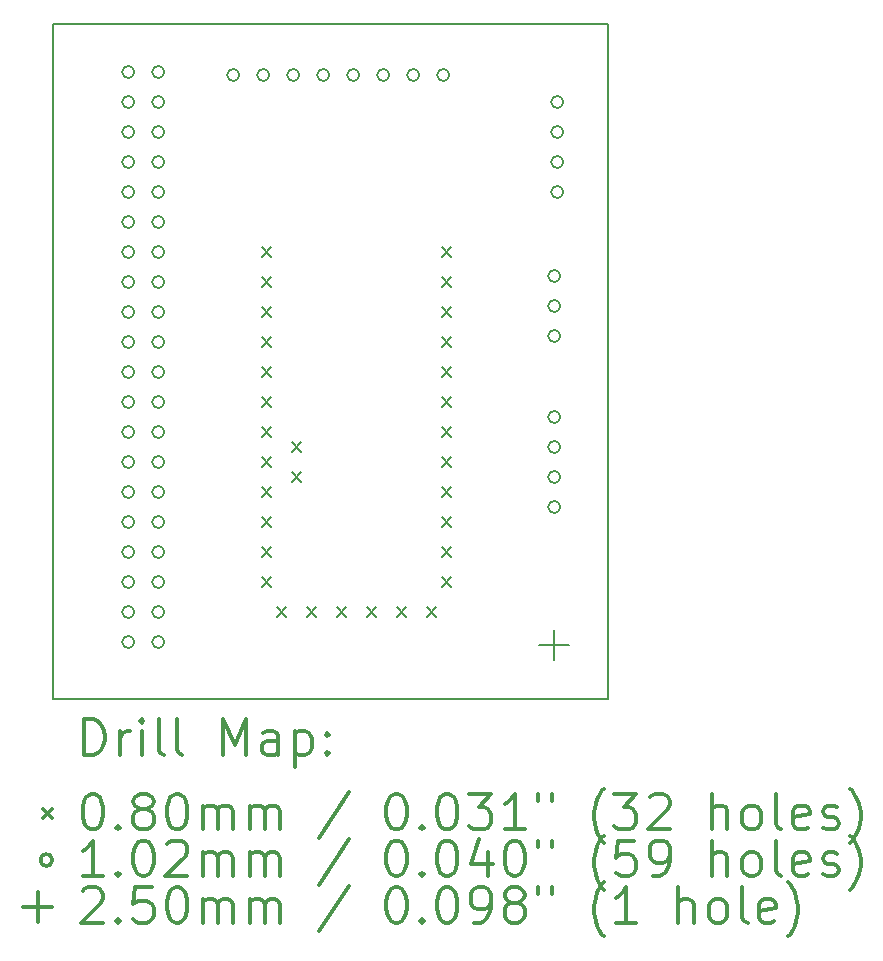
<source format=gbr>
%FSLAX45Y45*%
G04 Gerber Fmt 4.5, Leading zero omitted, Abs format (unit mm)*
G04 Created by KiCad (PCBNEW 4.0.2-2.fc24-product) date Thu 11 Aug 2016 11:33:43 NZST*
%MOMM*%
G01*
G04 APERTURE LIST*
%ADD10C,0.127000*%
%ADD11C,0.150000*%
%ADD12C,0.200000*%
%ADD13C,0.300000*%
G04 APERTURE END LIST*
D10*
D11*
X9067800Y-7569200D02*
X9093200Y-7569200D01*
X9067800Y-13284200D02*
X9067800Y-7569200D01*
X13766800Y-13284200D02*
X9067800Y-13284200D01*
X13766800Y-7569200D02*
X13766800Y-13284200D01*
X9093200Y-7569200D02*
X13766800Y-7569200D01*
D12*
X10831322Y-9459722D02*
X10911078Y-9539478D01*
X10911078Y-9459722D02*
X10831322Y-9539478D01*
X10831322Y-9713722D02*
X10911078Y-9793478D01*
X10911078Y-9713722D02*
X10831322Y-9793478D01*
X10831322Y-9967722D02*
X10911078Y-10047478D01*
X10911078Y-9967722D02*
X10831322Y-10047478D01*
X10831322Y-10221722D02*
X10911078Y-10301478D01*
X10911078Y-10221722D02*
X10831322Y-10301478D01*
X10831322Y-10475722D02*
X10911078Y-10555478D01*
X10911078Y-10475722D02*
X10831322Y-10555478D01*
X10831322Y-10729722D02*
X10911078Y-10809478D01*
X10911078Y-10729722D02*
X10831322Y-10809478D01*
X10831322Y-10983722D02*
X10911078Y-11063478D01*
X10911078Y-10983722D02*
X10831322Y-11063478D01*
X10831322Y-11237722D02*
X10911078Y-11317478D01*
X10911078Y-11237722D02*
X10831322Y-11317478D01*
X10831322Y-11491722D02*
X10911078Y-11571478D01*
X10911078Y-11491722D02*
X10831322Y-11571478D01*
X10831322Y-11745722D02*
X10911078Y-11825478D01*
X10911078Y-11745722D02*
X10831322Y-11825478D01*
X10831322Y-11999722D02*
X10911078Y-12079478D01*
X10911078Y-11999722D02*
X10831322Y-12079478D01*
X10831322Y-12253722D02*
X10911078Y-12333478D01*
X10911078Y-12253722D02*
X10831322Y-12333478D01*
X10958322Y-12507722D02*
X11038078Y-12587478D01*
X11038078Y-12507722D02*
X10958322Y-12587478D01*
X11085322Y-11110722D02*
X11165078Y-11190478D01*
X11165078Y-11110722D02*
X11085322Y-11190478D01*
X11085322Y-11364722D02*
X11165078Y-11444478D01*
X11165078Y-11364722D02*
X11085322Y-11444478D01*
X11212322Y-12507722D02*
X11292078Y-12587478D01*
X11292078Y-12507722D02*
X11212322Y-12587478D01*
X11466322Y-12507722D02*
X11546078Y-12587478D01*
X11546078Y-12507722D02*
X11466322Y-12587478D01*
X11720322Y-12507722D02*
X11800078Y-12587478D01*
X11800078Y-12507722D02*
X11720322Y-12587478D01*
X11974322Y-12507722D02*
X12054078Y-12587478D01*
X12054078Y-12507722D02*
X11974322Y-12587478D01*
X12228322Y-12507722D02*
X12308078Y-12587478D01*
X12308078Y-12507722D02*
X12228322Y-12587478D01*
X12355322Y-9459722D02*
X12435078Y-9539478D01*
X12435078Y-9459722D02*
X12355322Y-9539478D01*
X12355322Y-9713722D02*
X12435078Y-9793478D01*
X12435078Y-9713722D02*
X12355322Y-9793478D01*
X12355322Y-9967722D02*
X12435078Y-10047478D01*
X12435078Y-9967722D02*
X12355322Y-10047478D01*
X12355322Y-10221722D02*
X12435078Y-10301478D01*
X12435078Y-10221722D02*
X12355322Y-10301478D01*
X12355322Y-10475722D02*
X12435078Y-10555478D01*
X12435078Y-10475722D02*
X12355322Y-10555478D01*
X12355322Y-10729722D02*
X12435078Y-10809478D01*
X12435078Y-10729722D02*
X12355322Y-10809478D01*
X12355322Y-10983722D02*
X12435078Y-11063478D01*
X12435078Y-10983722D02*
X12355322Y-11063478D01*
X12355322Y-11237722D02*
X12435078Y-11317478D01*
X12435078Y-11237722D02*
X12355322Y-11317478D01*
X12355322Y-11491722D02*
X12435078Y-11571478D01*
X12435078Y-11491722D02*
X12355322Y-11571478D01*
X12355322Y-11745722D02*
X12435078Y-11825478D01*
X12435078Y-11745722D02*
X12355322Y-11825478D01*
X12355322Y-11999722D02*
X12435078Y-12079478D01*
X12435078Y-11999722D02*
X12355322Y-12079478D01*
X12355322Y-12253722D02*
X12435078Y-12333478D01*
X12435078Y-12253722D02*
X12355322Y-12333478D01*
X9753600Y-7975600D02*
G75*
G03X9753600Y-7975600I-50800J0D01*
G01*
X9753600Y-8229600D02*
G75*
G03X9753600Y-8229600I-50800J0D01*
G01*
X9753600Y-8483600D02*
G75*
G03X9753600Y-8483600I-50800J0D01*
G01*
X9753600Y-8737600D02*
G75*
G03X9753600Y-8737600I-50800J0D01*
G01*
X9753600Y-8991600D02*
G75*
G03X9753600Y-8991600I-50800J0D01*
G01*
X9753600Y-9245600D02*
G75*
G03X9753600Y-9245600I-50800J0D01*
G01*
X9753600Y-9499600D02*
G75*
G03X9753600Y-9499600I-50800J0D01*
G01*
X9753600Y-9753600D02*
G75*
G03X9753600Y-9753600I-50800J0D01*
G01*
X9753600Y-10007600D02*
G75*
G03X9753600Y-10007600I-50800J0D01*
G01*
X9753600Y-10261600D02*
G75*
G03X9753600Y-10261600I-50800J0D01*
G01*
X9753600Y-10515600D02*
G75*
G03X9753600Y-10515600I-50800J0D01*
G01*
X9753600Y-10769600D02*
G75*
G03X9753600Y-10769600I-50800J0D01*
G01*
X9753600Y-11023600D02*
G75*
G03X9753600Y-11023600I-50800J0D01*
G01*
X9753600Y-11277600D02*
G75*
G03X9753600Y-11277600I-50800J0D01*
G01*
X9753600Y-11531600D02*
G75*
G03X9753600Y-11531600I-50800J0D01*
G01*
X9753600Y-11785600D02*
G75*
G03X9753600Y-11785600I-50800J0D01*
G01*
X9753600Y-12039600D02*
G75*
G03X9753600Y-12039600I-50800J0D01*
G01*
X9753600Y-12293600D02*
G75*
G03X9753600Y-12293600I-50800J0D01*
G01*
X9753600Y-12547600D02*
G75*
G03X9753600Y-12547600I-50800J0D01*
G01*
X9753600Y-12801600D02*
G75*
G03X9753600Y-12801600I-50800J0D01*
G01*
X10007600Y-7975600D02*
G75*
G03X10007600Y-7975600I-50800J0D01*
G01*
X10007600Y-8229600D02*
G75*
G03X10007600Y-8229600I-50800J0D01*
G01*
X10007600Y-8483600D02*
G75*
G03X10007600Y-8483600I-50800J0D01*
G01*
X10007600Y-8737600D02*
G75*
G03X10007600Y-8737600I-50800J0D01*
G01*
X10007600Y-8991600D02*
G75*
G03X10007600Y-8991600I-50800J0D01*
G01*
X10007600Y-9245600D02*
G75*
G03X10007600Y-9245600I-50800J0D01*
G01*
X10007600Y-9499600D02*
G75*
G03X10007600Y-9499600I-50800J0D01*
G01*
X10007600Y-9753600D02*
G75*
G03X10007600Y-9753600I-50800J0D01*
G01*
X10007600Y-10007600D02*
G75*
G03X10007600Y-10007600I-50800J0D01*
G01*
X10007600Y-10261600D02*
G75*
G03X10007600Y-10261600I-50800J0D01*
G01*
X10007600Y-10515600D02*
G75*
G03X10007600Y-10515600I-50800J0D01*
G01*
X10007600Y-10769600D02*
G75*
G03X10007600Y-10769600I-50800J0D01*
G01*
X10007600Y-11023600D02*
G75*
G03X10007600Y-11023600I-50800J0D01*
G01*
X10007600Y-11277600D02*
G75*
G03X10007600Y-11277600I-50800J0D01*
G01*
X10007600Y-11531600D02*
G75*
G03X10007600Y-11531600I-50800J0D01*
G01*
X10007600Y-11785600D02*
G75*
G03X10007600Y-11785600I-50800J0D01*
G01*
X10007600Y-12039600D02*
G75*
G03X10007600Y-12039600I-50800J0D01*
G01*
X10007600Y-12293600D02*
G75*
G03X10007600Y-12293600I-50800J0D01*
G01*
X10007600Y-12547600D02*
G75*
G03X10007600Y-12547600I-50800J0D01*
G01*
X10007600Y-12801600D02*
G75*
G03X10007600Y-12801600I-50800J0D01*
G01*
X10642600Y-8001000D02*
G75*
G03X10642600Y-8001000I-50800J0D01*
G01*
X10896600Y-8001000D02*
G75*
G03X10896600Y-8001000I-50800J0D01*
G01*
X11150600Y-8001000D02*
G75*
G03X11150600Y-8001000I-50800J0D01*
G01*
X11404600Y-8001000D02*
G75*
G03X11404600Y-8001000I-50800J0D01*
G01*
X11658600Y-8001000D02*
G75*
G03X11658600Y-8001000I-50800J0D01*
G01*
X11912600Y-8001000D02*
G75*
G03X11912600Y-8001000I-50800J0D01*
G01*
X12166600Y-8001000D02*
G75*
G03X12166600Y-8001000I-50800J0D01*
G01*
X12420600Y-8001000D02*
G75*
G03X12420600Y-8001000I-50800J0D01*
G01*
X13360400Y-9702800D02*
G75*
G03X13360400Y-9702800I-50800J0D01*
G01*
X13360400Y-9956800D02*
G75*
G03X13360400Y-9956800I-50800J0D01*
G01*
X13360400Y-10210800D02*
G75*
G03X13360400Y-10210800I-50800J0D01*
G01*
X13360400Y-10896600D02*
G75*
G03X13360400Y-10896600I-50800J0D01*
G01*
X13360400Y-11150600D02*
G75*
G03X13360400Y-11150600I-50800J0D01*
G01*
X13360400Y-11404600D02*
G75*
G03X13360400Y-11404600I-50800J0D01*
G01*
X13360400Y-11658600D02*
G75*
G03X13360400Y-11658600I-50800J0D01*
G01*
X13385800Y-8229600D02*
G75*
G03X13385800Y-8229600I-50800J0D01*
G01*
X13385800Y-8483600D02*
G75*
G03X13385800Y-8483600I-50800J0D01*
G01*
X13385800Y-8737600D02*
G75*
G03X13385800Y-8737600I-50800J0D01*
G01*
X13385800Y-8991600D02*
G75*
G03X13385800Y-8991600I-50800J0D01*
G01*
X13309600Y-12702000D02*
X13309600Y-12952000D01*
X13184600Y-12827000D02*
X13434600Y-12827000D01*
D13*
X9331729Y-13757414D02*
X9331729Y-13457414D01*
X9403157Y-13457414D01*
X9446014Y-13471700D01*
X9474586Y-13500271D01*
X9488871Y-13528843D01*
X9503157Y-13585986D01*
X9503157Y-13628843D01*
X9488871Y-13685986D01*
X9474586Y-13714557D01*
X9446014Y-13743129D01*
X9403157Y-13757414D01*
X9331729Y-13757414D01*
X9631729Y-13757414D02*
X9631729Y-13557414D01*
X9631729Y-13614557D02*
X9646014Y-13585986D01*
X9660300Y-13571700D01*
X9688871Y-13557414D01*
X9717443Y-13557414D01*
X9817443Y-13757414D02*
X9817443Y-13557414D01*
X9817443Y-13457414D02*
X9803157Y-13471700D01*
X9817443Y-13485986D01*
X9831729Y-13471700D01*
X9817443Y-13457414D01*
X9817443Y-13485986D01*
X10003157Y-13757414D02*
X9974586Y-13743129D01*
X9960300Y-13714557D01*
X9960300Y-13457414D01*
X10160300Y-13757414D02*
X10131729Y-13743129D01*
X10117443Y-13714557D01*
X10117443Y-13457414D01*
X10503157Y-13757414D02*
X10503157Y-13457414D01*
X10603157Y-13671700D01*
X10703157Y-13457414D01*
X10703157Y-13757414D01*
X10974586Y-13757414D02*
X10974586Y-13600271D01*
X10960300Y-13571700D01*
X10931729Y-13557414D01*
X10874586Y-13557414D01*
X10846014Y-13571700D01*
X10974586Y-13743129D02*
X10946014Y-13757414D01*
X10874586Y-13757414D01*
X10846014Y-13743129D01*
X10831729Y-13714557D01*
X10831729Y-13685986D01*
X10846014Y-13657414D01*
X10874586Y-13643129D01*
X10946014Y-13643129D01*
X10974586Y-13628843D01*
X11117443Y-13557414D02*
X11117443Y-13857414D01*
X11117443Y-13571700D02*
X11146014Y-13557414D01*
X11203157Y-13557414D01*
X11231728Y-13571700D01*
X11246014Y-13585986D01*
X11260300Y-13614557D01*
X11260300Y-13700271D01*
X11246014Y-13728843D01*
X11231728Y-13743129D01*
X11203157Y-13757414D01*
X11146014Y-13757414D01*
X11117443Y-13743129D01*
X11388871Y-13728843D02*
X11403157Y-13743129D01*
X11388871Y-13757414D01*
X11374586Y-13743129D01*
X11388871Y-13728843D01*
X11388871Y-13757414D01*
X11388871Y-13571700D02*
X11403157Y-13585986D01*
X11388871Y-13600271D01*
X11374586Y-13585986D01*
X11388871Y-13571700D01*
X11388871Y-13600271D01*
X8980544Y-14211822D02*
X9060300Y-14291578D01*
X9060300Y-14211822D02*
X8980544Y-14291578D01*
X9388871Y-14087414D02*
X9417443Y-14087414D01*
X9446014Y-14101700D01*
X9460300Y-14115986D01*
X9474586Y-14144557D01*
X9488871Y-14201700D01*
X9488871Y-14273129D01*
X9474586Y-14330271D01*
X9460300Y-14358843D01*
X9446014Y-14373129D01*
X9417443Y-14387414D01*
X9388871Y-14387414D01*
X9360300Y-14373129D01*
X9346014Y-14358843D01*
X9331729Y-14330271D01*
X9317443Y-14273129D01*
X9317443Y-14201700D01*
X9331729Y-14144557D01*
X9346014Y-14115986D01*
X9360300Y-14101700D01*
X9388871Y-14087414D01*
X9617443Y-14358843D02*
X9631729Y-14373129D01*
X9617443Y-14387414D01*
X9603157Y-14373129D01*
X9617443Y-14358843D01*
X9617443Y-14387414D01*
X9803157Y-14215986D02*
X9774586Y-14201700D01*
X9760300Y-14187414D01*
X9746014Y-14158843D01*
X9746014Y-14144557D01*
X9760300Y-14115986D01*
X9774586Y-14101700D01*
X9803157Y-14087414D01*
X9860300Y-14087414D01*
X9888871Y-14101700D01*
X9903157Y-14115986D01*
X9917443Y-14144557D01*
X9917443Y-14158843D01*
X9903157Y-14187414D01*
X9888871Y-14201700D01*
X9860300Y-14215986D01*
X9803157Y-14215986D01*
X9774586Y-14230271D01*
X9760300Y-14244557D01*
X9746014Y-14273129D01*
X9746014Y-14330271D01*
X9760300Y-14358843D01*
X9774586Y-14373129D01*
X9803157Y-14387414D01*
X9860300Y-14387414D01*
X9888871Y-14373129D01*
X9903157Y-14358843D01*
X9917443Y-14330271D01*
X9917443Y-14273129D01*
X9903157Y-14244557D01*
X9888871Y-14230271D01*
X9860300Y-14215986D01*
X10103157Y-14087414D02*
X10131729Y-14087414D01*
X10160300Y-14101700D01*
X10174586Y-14115986D01*
X10188871Y-14144557D01*
X10203157Y-14201700D01*
X10203157Y-14273129D01*
X10188871Y-14330271D01*
X10174586Y-14358843D01*
X10160300Y-14373129D01*
X10131729Y-14387414D01*
X10103157Y-14387414D01*
X10074586Y-14373129D01*
X10060300Y-14358843D01*
X10046014Y-14330271D01*
X10031729Y-14273129D01*
X10031729Y-14201700D01*
X10046014Y-14144557D01*
X10060300Y-14115986D01*
X10074586Y-14101700D01*
X10103157Y-14087414D01*
X10331729Y-14387414D02*
X10331729Y-14187414D01*
X10331729Y-14215986D02*
X10346014Y-14201700D01*
X10374586Y-14187414D01*
X10417443Y-14187414D01*
X10446014Y-14201700D01*
X10460300Y-14230271D01*
X10460300Y-14387414D01*
X10460300Y-14230271D02*
X10474586Y-14201700D01*
X10503157Y-14187414D01*
X10546014Y-14187414D01*
X10574586Y-14201700D01*
X10588871Y-14230271D01*
X10588871Y-14387414D01*
X10731729Y-14387414D02*
X10731729Y-14187414D01*
X10731729Y-14215986D02*
X10746014Y-14201700D01*
X10774586Y-14187414D01*
X10817443Y-14187414D01*
X10846014Y-14201700D01*
X10860300Y-14230271D01*
X10860300Y-14387414D01*
X10860300Y-14230271D02*
X10874586Y-14201700D01*
X10903157Y-14187414D01*
X10946014Y-14187414D01*
X10974586Y-14201700D01*
X10988871Y-14230271D01*
X10988871Y-14387414D01*
X11574586Y-14073129D02*
X11317443Y-14458843D01*
X11960300Y-14087414D02*
X11988871Y-14087414D01*
X12017443Y-14101700D01*
X12031728Y-14115986D01*
X12046014Y-14144557D01*
X12060300Y-14201700D01*
X12060300Y-14273129D01*
X12046014Y-14330271D01*
X12031728Y-14358843D01*
X12017443Y-14373129D01*
X11988871Y-14387414D01*
X11960300Y-14387414D01*
X11931728Y-14373129D01*
X11917443Y-14358843D01*
X11903157Y-14330271D01*
X11888871Y-14273129D01*
X11888871Y-14201700D01*
X11903157Y-14144557D01*
X11917443Y-14115986D01*
X11931728Y-14101700D01*
X11960300Y-14087414D01*
X12188871Y-14358843D02*
X12203157Y-14373129D01*
X12188871Y-14387414D01*
X12174586Y-14373129D01*
X12188871Y-14358843D01*
X12188871Y-14387414D01*
X12388871Y-14087414D02*
X12417443Y-14087414D01*
X12446014Y-14101700D01*
X12460300Y-14115986D01*
X12474585Y-14144557D01*
X12488871Y-14201700D01*
X12488871Y-14273129D01*
X12474585Y-14330271D01*
X12460300Y-14358843D01*
X12446014Y-14373129D01*
X12417443Y-14387414D01*
X12388871Y-14387414D01*
X12360300Y-14373129D01*
X12346014Y-14358843D01*
X12331728Y-14330271D01*
X12317443Y-14273129D01*
X12317443Y-14201700D01*
X12331728Y-14144557D01*
X12346014Y-14115986D01*
X12360300Y-14101700D01*
X12388871Y-14087414D01*
X12588871Y-14087414D02*
X12774585Y-14087414D01*
X12674585Y-14201700D01*
X12717443Y-14201700D01*
X12746014Y-14215986D01*
X12760300Y-14230271D01*
X12774585Y-14258843D01*
X12774585Y-14330271D01*
X12760300Y-14358843D01*
X12746014Y-14373129D01*
X12717443Y-14387414D01*
X12631728Y-14387414D01*
X12603157Y-14373129D01*
X12588871Y-14358843D01*
X13060300Y-14387414D02*
X12888871Y-14387414D01*
X12974585Y-14387414D02*
X12974585Y-14087414D01*
X12946014Y-14130271D01*
X12917443Y-14158843D01*
X12888871Y-14173129D01*
X13174586Y-14087414D02*
X13174586Y-14144557D01*
X13288871Y-14087414D02*
X13288871Y-14144557D01*
X13731728Y-14501700D02*
X13717443Y-14487414D01*
X13688871Y-14444557D01*
X13674585Y-14415986D01*
X13660300Y-14373129D01*
X13646014Y-14301700D01*
X13646014Y-14244557D01*
X13660300Y-14173129D01*
X13674585Y-14130271D01*
X13688871Y-14101700D01*
X13717443Y-14058843D01*
X13731728Y-14044557D01*
X13817443Y-14087414D02*
X14003157Y-14087414D01*
X13903157Y-14201700D01*
X13946014Y-14201700D01*
X13974585Y-14215986D01*
X13988871Y-14230271D01*
X14003157Y-14258843D01*
X14003157Y-14330271D01*
X13988871Y-14358843D01*
X13974585Y-14373129D01*
X13946014Y-14387414D01*
X13860300Y-14387414D01*
X13831728Y-14373129D01*
X13817443Y-14358843D01*
X14117443Y-14115986D02*
X14131728Y-14101700D01*
X14160300Y-14087414D01*
X14231728Y-14087414D01*
X14260300Y-14101700D01*
X14274585Y-14115986D01*
X14288871Y-14144557D01*
X14288871Y-14173129D01*
X14274585Y-14215986D01*
X14103157Y-14387414D01*
X14288871Y-14387414D01*
X14646014Y-14387414D02*
X14646014Y-14087414D01*
X14774585Y-14387414D02*
X14774585Y-14230271D01*
X14760300Y-14201700D01*
X14731728Y-14187414D01*
X14688871Y-14187414D01*
X14660300Y-14201700D01*
X14646014Y-14215986D01*
X14960300Y-14387414D02*
X14931728Y-14373129D01*
X14917443Y-14358843D01*
X14903157Y-14330271D01*
X14903157Y-14244557D01*
X14917443Y-14215986D01*
X14931728Y-14201700D01*
X14960300Y-14187414D01*
X15003157Y-14187414D01*
X15031728Y-14201700D01*
X15046014Y-14215986D01*
X15060300Y-14244557D01*
X15060300Y-14330271D01*
X15046014Y-14358843D01*
X15031728Y-14373129D01*
X15003157Y-14387414D01*
X14960300Y-14387414D01*
X15231728Y-14387414D02*
X15203157Y-14373129D01*
X15188871Y-14344557D01*
X15188871Y-14087414D01*
X15460300Y-14373129D02*
X15431728Y-14387414D01*
X15374586Y-14387414D01*
X15346014Y-14373129D01*
X15331728Y-14344557D01*
X15331728Y-14230271D01*
X15346014Y-14201700D01*
X15374586Y-14187414D01*
X15431728Y-14187414D01*
X15460300Y-14201700D01*
X15474586Y-14230271D01*
X15474586Y-14258843D01*
X15331728Y-14287414D01*
X15588871Y-14373129D02*
X15617443Y-14387414D01*
X15674586Y-14387414D01*
X15703157Y-14373129D01*
X15717443Y-14344557D01*
X15717443Y-14330271D01*
X15703157Y-14301700D01*
X15674586Y-14287414D01*
X15631728Y-14287414D01*
X15603157Y-14273129D01*
X15588871Y-14244557D01*
X15588871Y-14230271D01*
X15603157Y-14201700D01*
X15631728Y-14187414D01*
X15674586Y-14187414D01*
X15703157Y-14201700D01*
X15817443Y-14501700D02*
X15831728Y-14487414D01*
X15860300Y-14444557D01*
X15874586Y-14415986D01*
X15888871Y-14373129D01*
X15903157Y-14301700D01*
X15903157Y-14244557D01*
X15888871Y-14173129D01*
X15874586Y-14130271D01*
X15860300Y-14101700D01*
X15831728Y-14058843D01*
X15817443Y-14044557D01*
X9060300Y-14647700D02*
G75*
G03X9060300Y-14647700I-50800J0D01*
G01*
X9488871Y-14783414D02*
X9317443Y-14783414D01*
X9403157Y-14783414D02*
X9403157Y-14483414D01*
X9374586Y-14526271D01*
X9346014Y-14554843D01*
X9317443Y-14569129D01*
X9617443Y-14754843D02*
X9631729Y-14769129D01*
X9617443Y-14783414D01*
X9603157Y-14769129D01*
X9617443Y-14754843D01*
X9617443Y-14783414D01*
X9817443Y-14483414D02*
X9846014Y-14483414D01*
X9874586Y-14497700D01*
X9888871Y-14511986D01*
X9903157Y-14540557D01*
X9917443Y-14597700D01*
X9917443Y-14669129D01*
X9903157Y-14726271D01*
X9888871Y-14754843D01*
X9874586Y-14769129D01*
X9846014Y-14783414D01*
X9817443Y-14783414D01*
X9788871Y-14769129D01*
X9774586Y-14754843D01*
X9760300Y-14726271D01*
X9746014Y-14669129D01*
X9746014Y-14597700D01*
X9760300Y-14540557D01*
X9774586Y-14511986D01*
X9788871Y-14497700D01*
X9817443Y-14483414D01*
X10031729Y-14511986D02*
X10046014Y-14497700D01*
X10074586Y-14483414D01*
X10146014Y-14483414D01*
X10174586Y-14497700D01*
X10188871Y-14511986D01*
X10203157Y-14540557D01*
X10203157Y-14569129D01*
X10188871Y-14611986D01*
X10017443Y-14783414D01*
X10203157Y-14783414D01*
X10331729Y-14783414D02*
X10331729Y-14583414D01*
X10331729Y-14611986D02*
X10346014Y-14597700D01*
X10374586Y-14583414D01*
X10417443Y-14583414D01*
X10446014Y-14597700D01*
X10460300Y-14626271D01*
X10460300Y-14783414D01*
X10460300Y-14626271D02*
X10474586Y-14597700D01*
X10503157Y-14583414D01*
X10546014Y-14583414D01*
X10574586Y-14597700D01*
X10588871Y-14626271D01*
X10588871Y-14783414D01*
X10731729Y-14783414D02*
X10731729Y-14583414D01*
X10731729Y-14611986D02*
X10746014Y-14597700D01*
X10774586Y-14583414D01*
X10817443Y-14583414D01*
X10846014Y-14597700D01*
X10860300Y-14626271D01*
X10860300Y-14783414D01*
X10860300Y-14626271D02*
X10874586Y-14597700D01*
X10903157Y-14583414D01*
X10946014Y-14583414D01*
X10974586Y-14597700D01*
X10988871Y-14626271D01*
X10988871Y-14783414D01*
X11574586Y-14469129D02*
X11317443Y-14854843D01*
X11960300Y-14483414D02*
X11988871Y-14483414D01*
X12017443Y-14497700D01*
X12031728Y-14511986D01*
X12046014Y-14540557D01*
X12060300Y-14597700D01*
X12060300Y-14669129D01*
X12046014Y-14726271D01*
X12031728Y-14754843D01*
X12017443Y-14769129D01*
X11988871Y-14783414D01*
X11960300Y-14783414D01*
X11931728Y-14769129D01*
X11917443Y-14754843D01*
X11903157Y-14726271D01*
X11888871Y-14669129D01*
X11888871Y-14597700D01*
X11903157Y-14540557D01*
X11917443Y-14511986D01*
X11931728Y-14497700D01*
X11960300Y-14483414D01*
X12188871Y-14754843D02*
X12203157Y-14769129D01*
X12188871Y-14783414D01*
X12174586Y-14769129D01*
X12188871Y-14754843D01*
X12188871Y-14783414D01*
X12388871Y-14483414D02*
X12417443Y-14483414D01*
X12446014Y-14497700D01*
X12460300Y-14511986D01*
X12474585Y-14540557D01*
X12488871Y-14597700D01*
X12488871Y-14669129D01*
X12474585Y-14726271D01*
X12460300Y-14754843D01*
X12446014Y-14769129D01*
X12417443Y-14783414D01*
X12388871Y-14783414D01*
X12360300Y-14769129D01*
X12346014Y-14754843D01*
X12331728Y-14726271D01*
X12317443Y-14669129D01*
X12317443Y-14597700D01*
X12331728Y-14540557D01*
X12346014Y-14511986D01*
X12360300Y-14497700D01*
X12388871Y-14483414D01*
X12746014Y-14583414D02*
X12746014Y-14783414D01*
X12674585Y-14469129D02*
X12603157Y-14683414D01*
X12788871Y-14683414D01*
X12960300Y-14483414D02*
X12988871Y-14483414D01*
X13017443Y-14497700D01*
X13031728Y-14511986D01*
X13046014Y-14540557D01*
X13060300Y-14597700D01*
X13060300Y-14669129D01*
X13046014Y-14726271D01*
X13031728Y-14754843D01*
X13017443Y-14769129D01*
X12988871Y-14783414D01*
X12960300Y-14783414D01*
X12931728Y-14769129D01*
X12917443Y-14754843D01*
X12903157Y-14726271D01*
X12888871Y-14669129D01*
X12888871Y-14597700D01*
X12903157Y-14540557D01*
X12917443Y-14511986D01*
X12931728Y-14497700D01*
X12960300Y-14483414D01*
X13174586Y-14483414D02*
X13174586Y-14540557D01*
X13288871Y-14483414D02*
X13288871Y-14540557D01*
X13731728Y-14897700D02*
X13717443Y-14883414D01*
X13688871Y-14840557D01*
X13674585Y-14811986D01*
X13660300Y-14769129D01*
X13646014Y-14697700D01*
X13646014Y-14640557D01*
X13660300Y-14569129D01*
X13674585Y-14526271D01*
X13688871Y-14497700D01*
X13717443Y-14454843D01*
X13731728Y-14440557D01*
X13988871Y-14483414D02*
X13846014Y-14483414D01*
X13831728Y-14626271D01*
X13846014Y-14611986D01*
X13874585Y-14597700D01*
X13946014Y-14597700D01*
X13974585Y-14611986D01*
X13988871Y-14626271D01*
X14003157Y-14654843D01*
X14003157Y-14726271D01*
X13988871Y-14754843D01*
X13974585Y-14769129D01*
X13946014Y-14783414D01*
X13874585Y-14783414D01*
X13846014Y-14769129D01*
X13831728Y-14754843D01*
X14146014Y-14783414D02*
X14203157Y-14783414D01*
X14231728Y-14769129D01*
X14246014Y-14754843D01*
X14274585Y-14711986D01*
X14288871Y-14654843D01*
X14288871Y-14540557D01*
X14274585Y-14511986D01*
X14260300Y-14497700D01*
X14231728Y-14483414D01*
X14174585Y-14483414D01*
X14146014Y-14497700D01*
X14131728Y-14511986D01*
X14117443Y-14540557D01*
X14117443Y-14611986D01*
X14131728Y-14640557D01*
X14146014Y-14654843D01*
X14174585Y-14669129D01*
X14231728Y-14669129D01*
X14260300Y-14654843D01*
X14274585Y-14640557D01*
X14288871Y-14611986D01*
X14646014Y-14783414D02*
X14646014Y-14483414D01*
X14774585Y-14783414D02*
X14774585Y-14626271D01*
X14760300Y-14597700D01*
X14731728Y-14583414D01*
X14688871Y-14583414D01*
X14660300Y-14597700D01*
X14646014Y-14611986D01*
X14960300Y-14783414D02*
X14931728Y-14769129D01*
X14917443Y-14754843D01*
X14903157Y-14726271D01*
X14903157Y-14640557D01*
X14917443Y-14611986D01*
X14931728Y-14597700D01*
X14960300Y-14583414D01*
X15003157Y-14583414D01*
X15031728Y-14597700D01*
X15046014Y-14611986D01*
X15060300Y-14640557D01*
X15060300Y-14726271D01*
X15046014Y-14754843D01*
X15031728Y-14769129D01*
X15003157Y-14783414D01*
X14960300Y-14783414D01*
X15231728Y-14783414D02*
X15203157Y-14769129D01*
X15188871Y-14740557D01*
X15188871Y-14483414D01*
X15460300Y-14769129D02*
X15431728Y-14783414D01*
X15374586Y-14783414D01*
X15346014Y-14769129D01*
X15331728Y-14740557D01*
X15331728Y-14626271D01*
X15346014Y-14597700D01*
X15374586Y-14583414D01*
X15431728Y-14583414D01*
X15460300Y-14597700D01*
X15474586Y-14626271D01*
X15474586Y-14654843D01*
X15331728Y-14683414D01*
X15588871Y-14769129D02*
X15617443Y-14783414D01*
X15674586Y-14783414D01*
X15703157Y-14769129D01*
X15717443Y-14740557D01*
X15717443Y-14726271D01*
X15703157Y-14697700D01*
X15674586Y-14683414D01*
X15631728Y-14683414D01*
X15603157Y-14669129D01*
X15588871Y-14640557D01*
X15588871Y-14626271D01*
X15603157Y-14597700D01*
X15631728Y-14583414D01*
X15674586Y-14583414D01*
X15703157Y-14597700D01*
X15817443Y-14897700D02*
X15831728Y-14883414D01*
X15860300Y-14840557D01*
X15874586Y-14811986D01*
X15888871Y-14769129D01*
X15903157Y-14697700D01*
X15903157Y-14640557D01*
X15888871Y-14569129D01*
X15874586Y-14526271D01*
X15860300Y-14497700D01*
X15831728Y-14454843D01*
X15817443Y-14440557D01*
X8935300Y-14918700D02*
X8935300Y-15168700D01*
X8810300Y-15043700D02*
X9060300Y-15043700D01*
X9317443Y-14907986D02*
X9331729Y-14893700D01*
X9360300Y-14879414D01*
X9431729Y-14879414D01*
X9460300Y-14893700D01*
X9474586Y-14907986D01*
X9488871Y-14936557D01*
X9488871Y-14965129D01*
X9474586Y-15007986D01*
X9303157Y-15179414D01*
X9488871Y-15179414D01*
X9617443Y-15150843D02*
X9631729Y-15165129D01*
X9617443Y-15179414D01*
X9603157Y-15165129D01*
X9617443Y-15150843D01*
X9617443Y-15179414D01*
X9903157Y-14879414D02*
X9760300Y-14879414D01*
X9746014Y-15022271D01*
X9760300Y-15007986D01*
X9788871Y-14993700D01*
X9860300Y-14993700D01*
X9888871Y-15007986D01*
X9903157Y-15022271D01*
X9917443Y-15050843D01*
X9917443Y-15122271D01*
X9903157Y-15150843D01*
X9888871Y-15165129D01*
X9860300Y-15179414D01*
X9788871Y-15179414D01*
X9760300Y-15165129D01*
X9746014Y-15150843D01*
X10103157Y-14879414D02*
X10131729Y-14879414D01*
X10160300Y-14893700D01*
X10174586Y-14907986D01*
X10188871Y-14936557D01*
X10203157Y-14993700D01*
X10203157Y-15065129D01*
X10188871Y-15122271D01*
X10174586Y-15150843D01*
X10160300Y-15165129D01*
X10131729Y-15179414D01*
X10103157Y-15179414D01*
X10074586Y-15165129D01*
X10060300Y-15150843D01*
X10046014Y-15122271D01*
X10031729Y-15065129D01*
X10031729Y-14993700D01*
X10046014Y-14936557D01*
X10060300Y-14907986D01*
X10074586Y-14893700D01*
X10103157Y-14879414D01*
X10331729Y-15179414D02*
X10331729Y-14979414D01*
X10331729Y-15007986D02*
X10346014Y-14993700D01*
X10374586Y-14979414D01*
X10417443Y-14979414D01*
X10446014Y-14993700D01*
X10460300Y-15022271D01*
X10460300Y-15179414D01*
X10460300Y-15022271D02*
X10474586Y-14993700D01*
X10503157Y-14979414D01*
X10546014Y-14979414D01*
X10574586Y-14993700D01*
X10588871Y-15022271D01*
X10588871Y-15179414D01*
X10731729Y-15179414D02*
X10731729Y-14979414D01*
X10731729Y-15007986D02*
X10746014Y-14993700D01*
X10774586Y-14979414D01*
X10817443Y-14979414D01*
X10846014Y-14993700D01*
X10860300Y-15022271D01*
X10860300Y-15179414D01*
X10860300Y-15022271D02*
X10874586Y-14993700D01*
X10903157Y-14979414D01*
X10946014Y-14979414D01*
X10974586Y-14993700D01*
X10988871Y-15022271D01*
X10988871Y-15179414D01*
X11574586Y-14865129D02*
X11317443Y-15250843D01*
X11960300Y-14879414D02*
X11988871Y-14879414D01*
X12017443Y-14893700D01*
X12031728Y-14907986D01*
X12046014Y-14936557D01*
X12060300Y-14993700D01*
X12060300Y-15065129D01*
X12046014Y-15122271D01*
X12031728Y-15150843D01*
X12017443Y-15165129D01*
X11988871Y-15179414D01*
X11960300Y-15179414D01*
X11931728Y-15165129D01*
X11917443Y-15150843D01*
X11903157Y-15122271D01*
X11888871Y-15065129D01*
X11888871Y-14993700D01*
X11903157Y-14936557D01*
X11917443Y-14907986D01*
X11931728Y-14893700D01*
X11960300Y-14879414D01*
X12188871Y-15150843D02*
X12203157Y-15165129D01*
X12188871Y-15179414D01*
X12174586Y-15165129D01*
X12188871Y-15150843D01*
X12188871Y-15179414D01*
X12388871Y-14879414D02*
X12417443Y-14879414D01*
X12446014Y-14893700D01*
X12460300Y-14907986D01*
X12474585Y-14936557D01*
X12488871Y-14993700D01*
X12488871Y-15065129D01*
X12474585Y-15122271D01*
X12460300Y-15150843D01*
X12446014Y-15165129D01*
X12417443Y-15179414D01*
X12388871Y-15179414D01*
X12360300Y-15165129D01*
X12346014Y-15150843D01*
X12331728Y-15122271D01*
X12317443Y-15065129D01*
X12317443Y-14993700D01*
X12331728Y-14936557D01*
X12346014Y-14907986D01*
X12360300Y-14893700D01*
X12388871Y-14879414D01*
X12631728Y-15179414D02*
X12688871Y-15179414D01*
X12717443Y-15165129D01*
X12731728Y-15150843D01*
X12760300Y-15107986D01*
X12774585Y-15050843D01*
X12774585Y-14936557D01*
X12760300Y-14907986D01*
X12746014Y-14893700D01*
X12717443Y-14879414D01*
X12660300Y-14879414D01*
X12631728Y-14893700D01*
X12617443Y-14907986D01*
X12603157Y-14936557D01*
X12603157Y-15007986D01*
X12617443Y-15036557D01*
X12631728Y-15050843D01*
X12660300Y-15065129D01*
X12717443Y-15065129D01*
X12746014Y-15050843D01*
X12760300Y-15036557D01*
X12774585Y-15007986D01*
X12946014Y-15007986D02*
X12917443Y-14993700D01*
X12903157Y-14979414D01*
X12888871Y-14950843D01*
X12888871Y-14936557D01*
X12903157Y-14907986D01*
X12917443Y-14893700D01*
X12946014Y-14879414D01*
X13003157Y-14879414D01*
X13031728Y-14893700D01*
X13046014Y-14907986D01*
X13060300Y-14936557D01*
X13060300Y-14950843D01*
X13046014Y-14979414D01*
X13031728Y-14993700D01*
X13003157Y-15007986D01*
X12946014Y-15007986D01*
X12917443Y-15022271D01*
X12903157Y-15036557D01*
X12888871Y-15065129D01*
X12888871Y-15122271D01*
X12903157Y-15150843D01*
X12917443Y-15165129D01*
X12946014Y-15179414D01*
X13003157Y-15179414D01*
X13031728Y-15165129D01*
X13046014Y-15150843D01*
X13060300Y-15122271D01*
X13060300Y-15065129D01*
X13046014Y-15036557D01*
X13031728Y-15022271D01*
X13003157Y-15007986D01*
X13174586Y-14879414D02*
X13174586Y-14936557D01*
X13288871Y-14879414D02*
X13288871Y-14936557D01*
X13731728Y-15293700D02*
X13717443Y-15279414D01*
X13688871Y-15236557D01*
X13674585Y-15207986D01*
X13660300Y-15165129D01*
X13646014Y-15093700D01*
X13646014Y-15036557D01*
X13660300Y-14965129D01*
X13674585Y-14922271D01*
X13688871Y-14893700D01*
X13717443Y-14850843D01*
X13731728Y-14836557D01*
X14003157Y-15179414D02*
X13831728Y-15179414D01*
X13917443Y-15179414D02*
X13917443Y-14879414D01*
X13888871Y-14922271D01*
X13860300Y-14950843D01*
X13831728Y-14965129D01*
X14360300Y-15179414D02*
X14360300Y-14879414D01*
X14488871Y-15179414D02*
X14488871Y-15022271D01*
X14474585Y-14993700D01*
X14446014Y-14979414D01*
X14403157Y-14979414D01*
X14374585Y-14993700D01*
X14360300Y-15007986D01*
X14674585Y-15179414D02*
X14646014Y-15165129D01*
X14631728Y-15150843D01*
X14617443Y-15122271D01*
X14617443Y-15036557D01*
X14631728Y-15007986D01*
X14646014Y-14993700D01*
X14674585Y-14979414D01*
X14717443Y-14979414D01*
X14746014Y-14993700D01*
X14760300Y-15007986D01*
X14774585Y-15036557D01*
X14774585Y-15122271D01*
X14760300Y-15150843D01*
X14746014Y-15165129D01*
X14717443Y-15179414D01*
X14674585Y-15179414D01*
X14946014Y-15179414D02*
X14917443Y-15165129D01*
X14903157Y-15136557D01*
X14903157Y-14879414D01*
X15174586Y-15165129D02*
X15146014Y-15179414D01*
X15088871Y-15179414D01*
X15060300Y-15165129D01*
X15046014Y-15136557D01*
X15046014Y-15022271D01*
X15060300Y-14993700D01*
X15088871Y-14979414D01*
X15146014Y-14979414D01*
X15174586Y-14993700D01*
X15188871Y-15022271D01*
X15188871Y-15050843D01*
X15046014Y-15079414D01*
X15288871Y-15293700D02*
X15303157Y-15279414D01*
X15331728Y-15236557D01*
X15346014Y-15207986D01*
X15360300Y-15165129D01*
X15374586Y-15093700D01*
X15374586Y-15036557D01*
X15360300Y-14965129D01*
X15346014Y-14922271D01*
X15331728Y-14893700D01*
X15303157Y-14850843D01*
X15288871Y-14836557D01*
M02*

</source>
